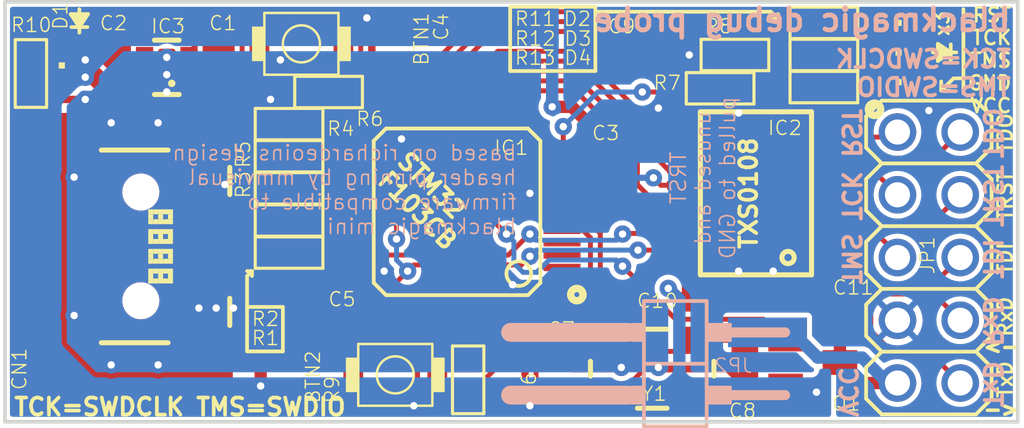
<source format=kicad_pcb>
(kicad_pcb (version 20211014) (generator pcbnew)
  (layers (0 "F.Cu" signal "Top") (31 "B.Cu" signal "Bottom") (34 "B.Paste" user) (35 "F.Paste" user) (36 "B.SilkS" user "B.Silkscreen") (37 "F.SilkS" user "F.Silkscreen") (38 "B.Mask" user) (39 "F.Mask" user) (44 "Edge.Cuts" user))
  (net 0 "")
  (net 1 "GND")
  (net 2 "OSC_IN")
  (net 3 "USB_ENUMERATE")
  (net 4 "USB_DM")
  (net 5 "USB_DP")
  (net 6 "LED2")
  (net 7 "LED1")
  (net 8 "LED0")
  (net 9 "RST")
  (net 10 "TDI")
  (net 11 "TMS")
  (net 12 "TCK")
  (net 13 "TDO")
  (net 14 "PWR_BR")
  (net 15 "T_PWR")
  (net 16 "RXD")
  (net 17 "TXD")
  (net 18 "3.3V")
  (net 19 "D+")
  (net 20 "D-")
  (net 21 "5.0V")
  (net 22 "VBUS")
  (net 23 "FORCE_BOOTLOADER")
  (net 24 "TARGET_POWER_ADC")
  (net 25 "TARGET_TMS")
  (net 26 "TARGET_TCK")
  (net 27 "TARGET_TDO")
  (net 28 "TARGET_TDI")
  (net 29 "TARGET_RST")
  (net 30 "LPC_XTAL2")
  (net 31 "N$2")
  (net 32 "N$6")
  (net 33 "N$8")
  (net 34 "BOOT0")
  (net 35 "TARGET_TRST")
  (net 36 "T_RXD")
  (net 37 "T_TXD")
  (net 38 "TRST")
  (net 39 "N$4")
  (footprint "TQFP48" (layer "F.Cu") (at 146.3011 105.0036 90)
    (fp_text reference "IC1")
    (fp_text value "STM32F_48PIN" hide)
  )
  (footprint "SOT23" (layer "F.Cu") (at 160.7011 111.1036 -90)
    (fp_text reference "Q1")
    (fp_text value "IRLML5103" hide)
  )
  (footprint "0603-MINI" (layer "F.Cu") (at 139.5011 101.4536)
    (fp_text reference "R4")
    (fp_text value "10K" hide)
  )
  (footprint "USB-MINIB" (layer "F.Cu") (at 132.5011 106.4036 -90)
    (fp_text reference "CN1")
    (fp_text value "" hide)
  )
  (footprint "0603-MINI" (layer "F.Cu") (at 139.5011 106.6536 180)
    (fp_text reference "R1")
    (fp_text value "22Ω" hide)
  )
  (footprint "0603-MINI" (layer "F.Cu") (at 139.5011 105.3536 180)
    (fp_text reference "R2")
    (fp_text value "22Ω" hide)
  )
  (footprint "0603-MINI" (layer "F.Cu") (at 139.5011 102.7536 180)
    (fp_text reference "R5")
    (fp_text value "4K7" hide)
  )
  (footprint "0603-MINI" (layer "F.Cu") (at 139.5011 104.0536 180)
    (fp_text reference "R3")
    (fp_text value "1K5" hide)
  )
  (footprint "OMRON_B3U-1000P(M)" (layer "F.Cu") (at 140.0011 98.2036 180)
    (fp_text reference "BTN1")
    (fp_text value "OMRON_SPST.B3U-1000P(M)" hide)
  )
  (footprint "0603-MINI" (layer "F.Cu") (at 141.1011 100.1536)
    (fp_text reference "R6")
    (fp_text value "10K" hide)
  )
  (footprint "TSSOP20" (layer "F.Cu") (at 158.4011 104.2536 90)
    (fp_text reference "IC2")
    (fp_text value "TXS0108" hide)
  )
  (footprint "0603-MINI" (layer "F.Cu") (at 156.9511 100.0036 180)
    (fp_text reference "R7")
    (fp_text value "10K" hide)
  )
  (footprint "0603-MINI" (layer "F.Cu") (at 157.5511 98.6536)
    (fp_text reference "R8")
    (fp_text value "4K7" hide)
  )
  (footprint "C0603K" (layer "F.Cu") (at 153.7511 98.6536)
    (fp_text reference "C9")
    (fp_text value "100nF" hide)
  )
  (footprint "CRYSTAL-SMD-5X3" (layer "F.Cu") (at 154.2011 111.3536 180)
    (fp_text reference "Y1")
    (fp_text value "8MHz" hide)
  )
  (footprint "C0603K" (layer "F.Cu") (at 150.4511 111.6036 -90)
    (fp_text reference "C7")
    (fp_text value "18pF" hide)
  )
  (footprint "C0603K" (layer "F.Cu") (at 157.9511 111.1036 90)
    (fp_text reference "C8")
    (fp_text value "18pF" hide)
  )
  (footprint "CHIPLED_0603" (layer "F.Cu") (at 164.0511 97.3536 -90)
    (fp_text reference "D2")
    (fp_text value "RED" hide)
  )
  (footprint "0603-MINI" (layer "F.Cu") (at 161.1511 97.3536)
    (fp_text reference "R11")
    (fp_text value "390Ω" hide)
  )
  (footprint "CHIPLED_0603" (layer "F.Cu") (at 130.3011 98.9536 180)
    (fp_text reference "D1")
    (fp_text value "GREEN" hide)
  )
  (footprint "0603-MINI" (layer "F.Cu") (at 129.0511 99.4036 -90)
    (fp_text reference "R10")
    (fp_text value "390Ω" hide)
  )
  (footprint "CHIPLED_0603" (layer "F.Cu") (at 164.0511 98.5536 -90)
    (fp_text reference "D3")
    (fp_text value "YELLOW" hide)
  )
  (footprint "0603-MINI" (layer "F.Cu") (at 161.1511 98.6536)
    (fp_text reference "R12")
    (fp_text value "390Ω" hide)
  )
  (footprint "CHIPLED_0603" (layer "F.Cu") (at 164.0511 99.7536 -90)
    (fp_text reference "D4")
    (fp_text value "YELLOW" hide)
  )
  (footprint "0603-MINI" (layer "F.Cu") (at 161.1511 99.9536)
    (fp_text reference "R13")
    (fp_text value "390Ω" hide)
  )
  (footprint "TLV700_SC70-5L" (layer "F.Cu") (at 134.5511 99.1536 90)
    (fp_text reference "IC3")
    (fp_text value "TLV70033DCK" hide)
  )
  (footprint "C0603K" (layer "F.Cu") (at 136.7511 99.2036 90)
    (fp_text reference "C1")
    (fp_text value "1uF" hide)
  )
  (footprint "C0603K" (layer "F.Cu") (at 132.3511 99.2036 90)
    (fp_text reference "C2")
    (fp_text value "1uF" hide)
  )
  (footprint "C0603K" (layer "F.Cu") (at 152.2511 103.6536 -90)
    (fp_text reference "C3")
    (fp_text value "100nF" hide)
  )
  (footprint "C0603K" (layer "F.Cu") (at 143.7511 98.2036 -90)
    (fp_text reference "C4")
    (fp_text value "100nF" hide)
  )
  (footprint "C0603K" (layer "F.Cu") (at 139.5011 108.0536)
    (fp_text reference "C5")
    (fp_text value "100nF" hide)
  )
  (footprint "OMRON_B3U-1000P(M)" (layer "F.Cu") (at 143.8011 111.6036 180)
    (fp_text reference "BTN2")
    (fp_text value "OMRON_SPST.B3U-1000P(M)" hide)
  )
  (footprint "0603-MINI" (layer "F.Cu") (at 146.7511 111.8036 90)
    (fp_text reference "R9")
    (fp_text value "10K" hide)
  )
  (footprint "2X05" (layer "F.Cu") (at 165.4011 106.8536 -90)
    (fp_text reference "JP1")
    (fp_text value "" hide)
  )
  (footprint "C0603K" (layer "F.Cu") (at 148.1511 111.8036 90)
    (fp_text reference "C6")
    (fp_text value "100nF" hide)
  )
  (footprint "C0603K" (layer "F.Cu") (at 156.8011 108.5036)
    (fp_text reference "C10")
    (fp_text value "100nF" hide)
  )
  (footprint "C0603K" (layer "F.Cu") (at 160.0011 108.5036 180)
    (fp_text reference "C11")
    (fp_text value "100nF" hide)
  )
  (footprint "LP_NUMBER_SILK_TOP" (layer "F.Cu") (at 135.0011 108.1036 90)
    (fp_text reference "U$32" hide)
    (fp_text value "" hide)
  )
  (footprint "1X02SMD%2f90-BIGPADS" (layer "B.Cu") (at 154.5011 111.1536 -90)
    (fp_text reference "JP2")
    (fp_text value "" hide)
  )
  (gr_circle (center 161.8511 108.0536) (end 161.9511 108.0536) (layer "F.Cu") (width 0.3) (fill none))
  (gr_line (start 165.7625 98.9) (end 166.2875 98.55) (layer "F.SilkS") (width 0.15))
  (gr_line (start 131.3625 97) (end 130.6625 97) (layer "F.SilkS") (width 0.15))
  (gr_line (start 130.85 97.05) (end 130.925 97.25) (layer "F.SilkS") (width 0.15))
  (gr_circle (center 163.2011 100.8536) (end 163.3011 100.8536) (layer "F.SilkS") (width 0.3) (fill none))
  (gr_line (start 165.9875 98.4625) (end 165.8125 98.4375) (layer "F.SilkS") (width 0.15))
  (gr_line (start 151.9011 99.3036) (end 148.4511 99.3036) (layer "F.SilkS") (width 0.15))
  (gr_line (start 159.0011 96.9036) (end 159.3011 97.2036) (layer "F.SilkS") (width 0.15))
  (gr_line (start 166.2875 98.55) (end 165.7625 98.2) (layer "F.SilkS") (width 0.15))
  (gr_line (start 151.9011 96.9036) (end 159.0011 96.9036) (layer "F.SilkS") (width 0.15))
  (gr_line (start 165.8125 98.4375) (end 165.8125 98.3625) (layer "F.SilkS") (width 0.15))
  (gr_circle (center 151.1511 108.3536) (end 151.2511 108.3536) (layer "F.SilkS") (width 0.3) (fill none))
  (gr_line (start 130.6875 97.525) (end 131.3375 97.525) (layer "F.SilkS") (width 0.15))
  (gr_line (start 165.9 99.725) (end 165.9 100.1) (layer "F.SilkS") (width 0.15))
  (gr_line (start 151.9011 99.3036) (end 151.9011 96.9036) (layer "F.SilkS") (width 0.15))
  (gr_line (start 166.8 99.6) (end 166.4 99.6) (layer "F.SilkS") (width 0.15))
  (gr_line (start 165.8125 98.7125) (end 166.0125 98.6375) (layer "F.SilkS") (width 0.15))
  (gr_line (start 137.8011 108.8536) (end 137.8011 110.6536) (layer "F.SilkS") (width 0.15))
  (gr_line (start 166.8 96.8) (end 166.8 100.2) (layer "F.SilkS") (width 0.15))
  (gr_line (start 130.925 97.25) (end 131.1 97.225) (layer "F.SilkS") (width 0.15))
  (gr_line (start 130.6625 97) (end 131.0125 97.525) (layer "F.SilkS") (width 0.15))
  (gr_line (start 165.925 100.1) (end 166.25 100.1) (layer "F.SilkS") (width 0.15))
  (gr_line (start 138.0011 107.4036) (end 137.8011 107.4036) (layer "F.SilkS") (width 0.15))
  (gr_line (start 139.2511 108.8536) (end 139.2511 110.6536) (layer "F.SilkS") (width 0.15))
  (gr_line (start 159.3011 97.2036) (end 159.1011 97.2036) (layer "F.SilkS") (width 0.15))
  (gr_line (start 137.8011 108.8536) (end 137.8011 107.6036) (layer "F.SilkS") (width 0.15))
  (gr_line (start 131.1 97.225) (end 131.125 97.05) (layer "F.SilkS") (width 0.15))
  (gr_line (start 137.8011 107.6036) (end 138.0011 107.4036) (layer "F.SilkS") (width 0.15))
  (gr_line (start 166.4 99.6) (end 165.9 100.1) (layer "F.SilkS") (width 0.15))
  (gr_line (start 165.5625 98.55) (end 166.5125 98.55) (layer "F.SilkS") (width 0.15))
  (gr_line (start 148.4511 99.3036) (end 148.4511 96.7036) (layer "F.SilkS") (width 0.15))
  (gr_line (start 139.2511 108.8536) (end 137.8011 108.8536) (layer "F.SilkS") (width 0.15))
  (gr_line (start 139.2511 110.6536) (end 137.8011 110.6536) (layer "F.SilkS") (width 0.15))
  (gr_line (start 131.125 97.05) (end 131.2 97.05) (layer "F.SilkS") (width 0.15))
  (gr_line (start 165.7625 98.2) (end 165.7625 98.9) (layer "F.SilkS") (width 0.15))
  (gr_line (start 151.9011 96.7036) (end 148.4511 96.7036) (layer "F.SilkS") (width 0.15))
  (gr_line (start 151.9011 96.9036) (end 151.9011 96.7036) (layer "F.SilkS") (width 0.15))
  (gr_line (start 159.3011 97.2036) (end 159.3011 97.0036) (layer "F.SilkS") (width 0.15))
  (gr_line (start 131.0125 96.8) (end 131.0125 97.75) (layer "F.SilkS") (width 0.15))
  (gr_line (start 131.0125 97.525) (end 131.3625 97) (layer "F.SilkS") (width 0.15))
  (gr_line (start 138.0011 107.4036) (end 138.0011 107.6036) (layer "F.SilkS") (width 0.15))
  (gr_line (start 166.2875 98.875) (end 166.2875 98.225) (layer "F.SilkS") (width 0.15))
  (gr_line (start 128.0011 113.5036) (end 169.0011 113.5036) (layer "Edge.Cuts") (width 0.15))
  (gr_line (start 169.0011 113.5036) (end 169.0011 96.5036) (layer "Edge.Cuts") (width 0.15))
  (gr_line (start 169.0011 96.5036) (end 128.0011 96.5036) (layer "Edge.Cuts") (width 0.15))
  (gr_line (start 128.0011 96.5036) (end 128.0011 113.5036) (layer "Edge.Cuts") (width 0.15))
  (gr_text "TDI" (at 168.3946 106.8996 270) (layer "B.SilkS") (effects (font (size 0.7125 0.7125)) (justify top mirror)))
  (gr_text "TRST" (at 168.3946 104.3596 270) (layer "B.SilkS") (effects (font (size 0.7125 0.7125)) (justify top mirror)))
  (gr_text "RST" (at 162.6721 101.8196 270) (layer "B.SilkS") (effects (font (size 0.7125 0.7125)) (justify top mirror)))
  (gr_text "TxD" (at 168.3946 111.9796 270) (layer "B.SilkS") (effects (font (size 0.7125 0.7125)) (justify top mirror)))
  (gr_text "RxD" (at 168.3946 109.4396 270) (layer "B.SilkS") (effects (font (size 0.7125 0.7125)) (justify top mirror)))
  (gr_text "TMS" (at 162.6721 106.8996 270) (layer "B.SilkS") (effects (font (size 0.7125 0.7125)) (justify top mirror)))
  (gr_text "based on richardeoins design\nheader pinning by mmvisual\nfirmware compatible to\nblackmagic mini" (at 148.7511 102.2536) (layer "B.SilkS") (effects (font (size 0.6175 0.6175) (thickness 0.065)) (justify left top mirror)))
  (gr_text "VCC" (at 162.5221 112.2971 270) (layer "B.SilkS") (effects (font (size 0.69 0.69)) (justify top mirror)))
  (gr_text "TRST\nunused and\npulled to GND" (at 154.9011 103.6286 90) (layer "B.SilkS") (effects (font (size 0.6175 0.6175) (thickness 0.065)) (justify top mirror)))
  (gr_text "TCK" (at 162.6721 104.3596 270) (layer "B.SilkS") (effects (font (size 0.7125 0.7125)) (justify top mirror)))
  (gr_text "blackmagic debug probe" (at 168.8011 96.7036) (layer "B.SilkS") (effects (font (size 0.9025 0.9025) (thickness 0.19)) (justify left top mirror)))
  (gr_text "TCK=SWDCLK\nTMS=SWDIO" (at 168.8011 98.4036) (layer "B.SilkS") (effects (font (size 0.7125 0.7125)) (justify left top mirror)))
  (gr_text "TDO" (at 168.3946 101.8196 270) (layer "B.SilkS") (effects (font (size 0.7125 0.7125)) (justify top mirror)))
  (gr_text "->" (at 167.5406 112.9956) (layer "F.SilkS") (effects (font (size 0.57 0.57) (thickness 0.1425)) (justify left)))
  (gr_text "TxD" (at 168.1581 111.7891 90) (layer "F.SilkS") (effects (font (size 0.57 0.57) (thickness 0.108)) (justify top)))
  (gr_text "x3" (at 165.6011 96.8036 90) (layer "F.SilkS") (effects (font (size 0.57 0.57) (thickness 0.108)) (justify right top)))
  (gr_text "STM32\nF103CB" (at 142.95 103.775 315) (layer "F.SilkS") (effects (font (size 0.69 0.69)) (justify left bottom)))
  (gr_text "RxD" (at 168.1581 109.2491 90) (layer "F.SilkS") (effects (font (size 0.57 0.57) (thickness 0.108)) (justify top)))
  (gr_text "TRST" (at 168.1581 104.3596 90) (layer "F.SilkS") (effects (font (size 0.57 0.57) (thickness 0.108)) (justify top)))
  (gr_text "TXS0108" (at 158.1011 104.2536 90) (layer "F.SilkS") (effects (font (size 0.69 0.69))))
  (gr_text "RST\nTCK\nTMS\nGND\nVCC" (at 168.8011 96.7036) (layer "F.SilkS") (effects (font (size 0.57 0.57) (thickness 0.108)) (justify right top)))
  (gr_text "<-" (at 167.5406 110.4556) (layer "F.SilkS") (effects (font (size 0.57 0.57) (thickness 0.1425)) (justify left)))
  (gr_text "TDI" (at 168.1581 106.8996 90) (layer "F.SilkS") (effects (font (size 0.57 0.57) (thickness 0.108)) (justify top)))
  (gr_text "TDO" (at 168.1581 101.8196 90) (layer "F.SilkS") (effects (font (size 0.57 0.57) (thickness 0.108)) (justify top)))
  (gr_text "TCK=SWDCLK TMS=SWDIO" (at 128.3011 113.3036) (layer "F.SilkS") (effects (font (size 0.69 0.69)) (justify left bottom)))
  (segment (start 130.5011 110.8036) (end 130.5011 109.4989) (width 0.25) (layer "F.Cu") (net 1))
  (segment (start 165.0011 100.5036) (end 165.4011 100.9036) (width 0.4) (layer "F.Cu") (net 1))
  (segment (start 157.9511 111.9786) (end 157.2761 111.3036) (width 0.4) (layer "F.Cu") (net 1))
  (segment (start 130.5011 102.0036) (end 130.5011 103.3011) (width 0.25) (layer "F.Cu") (net 1))
  (segment (start 136.55 108.9) (end 137.25 108.9) (width 0.25) (layer "F.Cu") (net 1))
  (segment (start 130.5011 110.8036) (end 130.8975 111.2) (width 0.25) (layer "F.Cu") (net 1))
  (segment (start 148.1511 111.0536) (end 148.1511 110.9286) (width 0.2) (layer "F.Cu") (net 1))
  (segment (start 150.4511 110.7286) (end 151.0261 111.3036) (width 0.4) (layer "F.Cu") (net 1))
  (segment (start 144.0511 100.7536) (end 144.0511 99.3786) (width 0.3) (layer "F.Cu") (net 1))
  (segment (start 136.5651 108.8849) (end 136.55 108.9) (width 0.25) (layer "F.Cu") (net 1))
  (segment (start 130.8975 111.2) (end 132.3 111.2) (width 0.25) (layer "F.Cu") (net 1))
  (segment (start 146.7511 112.5536) (end 146.7511 112.4536) (width 0.2) (layer "F.Cu") (net 1))
  (segment (start 144.0511 102.0536) (end 144.0511 100.7536) (width 0.3) (layer "F.Cu") (net 1))
  (segment (start 136.9 102.9025) (end 136.9 103.9) (width 0.25) (layer "F.Cu") (net 1))
  (segment (start 142.0511 107.2536) (end 141.1261 107.2536) (width 0.3) (layer "F.Cu") (net 1))
  (segment (start 134.55 99.45) (end 134.55 98.75) (width 0.25) (layer "F.Cu") (net 1))
  (segment (start 159.1261 108.5036) (end 159.1011 108.4786) (width 0.4) (layer "F.Cu") (net 1))
  (segment (start 165.0011 99.7536) (end 165.0011 100.5036) (width 0.4) (layer "F.Cu") (net 1))
  (segment (start 165.0011 98.5536) (end 165.0011 99.7536) (width 0.4) (layer "F.Cu") (net 1))
  (segment (start 130.5011 102.0036) (end 131.1047 101.4) (width 0.25) (layer "F.Cu") (net 1))
  (segment (start 165.0011 97.5536) (end 165.0011 98.5536) (width 0.4) (layer "F.Cu") (net 1))
  (segment (start 136.0011 102.0036) (end 136.9 102.9025) (width 0.25) (layer "F.Cu") (net 1))
  (segment (start 157.6761 108.5036) (end 157.7011 108.4786) (width 0.4) (layer "F.Cu") (net 1))
  (segment (start 143.2011 107.2536) (end 143.3511 107.4036) (width 0.3) (layer "F.Cu") (net 1))
  (segment (start 130.5011 103.3011) (end 130.8 103.6) (width 0.25) (layer "F.Cu") (net 1))
  (segment (start 150.5511 104.2536) (end 151.9761 104.2536) (width 0.3) (layer "F.Cu") (net 1))
  (segment (start 140.3761 108.0536) (end 140.3761 108.0036) (width 0.3) (layer "F.Cu") (net 1))
  (segment (start 164.8011 98.5536) (end 165.0011 98.5536) (width 0.4) (layer "F.Cu") (net 1))
  (segment (start 136.5651 108.0036) (end 136.5651 108.8849) (width 0.25) (layer "F.Cu") (net 1))
  (segment (start 142.0511 107.2536) (end 143.2011 107.2536) (width 0.3) (layer "F.Cu") (net 1))
  (segment (start 148.5511 109.2536) (end 148.5511 110.5286) (width 0.3) (layer "F.Cu") (net 1))
  (segment (start 134.8464 99.1536) (end 134.55 99.45) (width 0.25) (layer "F.Cu") (net 1))
  (segment (start 136.55 108.9) (end 135.85 108.9) (width 0.25) (layer "F.Cu") (net 1))
  (segment (start 157.7011 108.4786) (end 157.7011 107.4036) (width 0.5) (layer "F.Cu") (net 1))
  (segment (start 131.1047 101.4) (end 132.3 101.4) (width 0.25) (layer "F.Cu") (net 1))
  (segment (start 150.5511 104.2536) (end 149.2511 104.2536) (width 0.3) (layer "F.Cu") (net 1))
  (segment (start 148.5511 107.9536) (end 148.5511 109.2536) (width 0.3) (layer "F.Cu") (net 1))
  (segment (start 146.7511 112.4536) (end 148.1511 111.0536) (width 0.2) (layer "F.Cu") (net 1))
  (segment (start 135.3975 101.4) (end 134.2 101.4) (width 0.25) (layer "F.Cu") (net 1))
  (segment (start 157.2761 111.3036) (end 154.4511 111.3036) (width 0.4) (layer "F.Cu") (net 1))
  (segment (start 135.6047 111.2) (end 134.2 111.2) (width 0.25) (layer "F.Cu") (net 1))
  (segment (start 138.7511 101.4536) (end 138.7511 100.4536) (width 0.2) (layer "F.Cu") (net 1))
  (segment (start 138.3011 98.8536) (end 139.1511 98.8536) (width 0.2) (layer "F.Cu") (net 1))
  (segment (start 148.5511 110.5286) (end 148.1511 110.9286) (width 0.3) (layer "F.Cu") (net 1))
  (segment (start 157.7011 100.0036) (end 157.7011 101.0036) (width 0.5) (layer "F.Cu") (net 1))
  (segment (start 134.55 99.45) (end 134.55 100.15) (width 0.25) (layer "F.Cu") (net 1))
  (segment (start 151.9761 104.2536) (end 152.2511 104.5286) (width 0.3) (layer "F.Cu") (net 1))
  (segment (start 129.3511 100.4536) (end 131.2511 100.4536) (width 0.3) (layer "F.Cu") (net 1))
  (segment (start 159.1011 108.4786) (end 159.1011 107.4036) (width 0.5) (layer "F.Cu") (net 1))
  (segment (start 138.3011 98.2036) (end 138.3011 98.8536) (width 0.2) (layer "F.Cu") (net 1))
  (segment (start 130.5011 109.4989) (end 130.8 109.2) (width 0.25) (layer "F.Cu") (net 1))
  (segment (start 154.9261 101.3286) (end 155.6011 101.3286) (width 0.4) (layer "F.Cu") (net 1))
  (segment (start 154.6261 98.6536) (end 155.7011 98.6536) (width 0.5) (layer "F.Cu") (net 1))
  (segment (start 135.4511 99.1536) (end 134.8464 99.1536) (width 0.25) (layer "F.Cu") (net 1))
  (segment (start 140.3761 108.0036) (end 141.1261 107.2536) (width 0.3) (layer "F.Cu") (net 1))
  (segment (start 151.0261 111.3036) (end 152.9511 111.3036) (width 0.4) (layer "F.Cu") (net 1))
  (segment (start 144.0511 99.3786) (end 143.7511 99.0786) (width 0.3) (layer "F.Cu") (net 1))
  (segment (start 154.9261 101.2786) (end 154.9261 101.3286) (width 0.4) (layer "F.Cu") (net 1))
  (segment (start 164.8011 99.7536) (end 165.0011 99.7536) (width 0.4) (layer "F.Cu") (net 1))
  (segment (start 129.0511 100.1536) (end 129.3511 100.4536) (width 0.3) (layer "F.Cu") (net 1))
  (segment (start 136.0011 110.8036) (end 135.6047 111.2) (width 0.25) (layer "F.Cu") (net 1))
  (segment (start 164.8011 97.3536) (end 165.0011 97.5536) (width 0.4) (layer "F.Cu") (net 1))
  (segment (start 136.0011 102.0036) (end 135.3975 101.4) (width 0.25) (layer "F.Cu") (net 1))
  (segment (start 154.9261 101.2786) (end 154.4511 100.8036) (width 0.5) (layer "F.Cu") (net 1))
  (via (at 138.7511 100.4536) (size 0.7) (drill 0.3) (layers "F.Cu" "B.Cu") (net 1))
  (via (at 139.1511 98.8536) (size 0.7) (drill 0.3) (layers "F.Cu" "B.Cu") (net 1))
  (via (at 130.8 109.2) (size 0.7) (drill 0.3) (layers "F.Cu" "B.Cu") (net 1))
  (via (at 157.7011 101.0036) (size 0.7) (drill 0.3) (layers "F.Cu" "B.Cu") (net 1))
  (via (at 134.55 98.75) (size 0.7) (drill 0.3) (layers "F.Cu" "B.Cu") (net 1))
  (via (at 165.4011 100.9036) (size 0.7) (drill 0.3) (layers "F.Cu" "B.Cu") (net 1))
  (via (at 143.3511 107.4036) (size 0.7) (drill 0.3) (layers "F.Cu" "B.Cu") (net 1))
  (via (at 135.85 108.9) (size 0.7) (drill 0.3) (layers "F.Cu" "B.Cu") (net 1))
  (via (at 155.7011 98.6536) (size 0.7) (drill 0.3) (layers "F.Cu" "B.Cu") (net 1))
  (via (at 136.9 103.9) (size 0.7) (drill 0.3) (layers "F.Cu" "B.Cu") (net 1))
  (via (at 144.0511 102.0536) (size 0.7) (drill 0.3) (layers "F.Cu" "B.Cu") (net 1))
  (via (at 134.55 100.15) (size 0.7) (drill 0.3) (layers "F.Cu" "B.Cu") (net 1))
  (via (at 136.55 108.9) (size 0.7) (drill 0.3) (layers "F.Cu" "B.Cu") (net 1))
  (via (at 154.4511 100.8036) (size 0.7) (drill 0.3) (layers "F.Cu" "B.Cu") (net 1))
  (via (at 131.2511 100.4536) (size 0.7) (drill 0.3) (layers "F.Cu" "B.Cu") (net 1))
  (via (at 152.9511 111.3036) (size 0.7) (drill 0.3) (layers "F.Cu" "B.Cu") (net 1))
  (via (at 134.55 99.45) (size 0.7) (drill 0.3) (layers "F.Cu" "B.Cu") (net 1))
  (via (at 157.7011 107.4036) (size 0.7) (drill 0.3) (layers "F.Cu" "B.Cu") (net 1))
  (via (at 132.3 111.2) (size 0.7) (drill 0.3) (layers "F.Cu" "B.Cu") (net 1))
  (via (at 148.5511 107.9536) (size 0.7) (drill 0.3) (layers "F.Cu" "B.Cu") (net 1))
  (via (at 137.25 108.9) (size 0.7) (drill 0.3) (layers "F.Cu" "B.Cu") (net 1))
  (via (at 134.2 101.4) (size 0.7) (drill 0.3) (layers "F.Cu" "B.Cu") (net 1))
  (via (at 130.8 103.6) (size 0.7) (drill 0.3) (layers "F.Cu" "B.Cu") (net 1))
  (via (at 154.4511 111.3036) (size 0.7) (drill 0.3) (layers "F.Cu" "B.Cu") (net 1))
  (via (at 149.2511 104.2536) (size 0.7) (drill 0.3) (layers "F.Cu" "B.Cu") (net 1))
  (via (at 134.2 111.2) (size 0.7) (drill 0.3) (layers "F.Cu" "B.Cu") (net 1))
  (via (at 132.3 101.4) (size 0.7) (drill 0.3) (layers "F.Cu" "B.Cu") (net 1))
  (via (at 159.1011 107.4036) (size 0.7) (drill 0.3) (layers "F.Cu" "B.Cu") (net 1))
  (segment (start 149.2511 104.2536) (end 149.8797 103.625) (width 0.25) (layer "B.Cu") (net 1))
  (segment (start 149.8797 103.625) (end 153.975 103.625) (width 0.25) (layer "B.Cu") (net 1))
  (segment (start 153.7011 109.6036) (end 153.7011 111.5536) (width 0.2) (layer "F.Cu") (net 2))
  (segment (start 152.7511 112.5036) (end 152.3511 112.5036) (width 0.2) (layer "F.Cu") (net 2))
  (segment (start 150.5511 105.7536) (end 151.4011 105.7536) (width 0.2) (layer "F.Cu") (net 2))
  (segment (start 151.7011 106.0536) (end 151.7011 107.6036) (width 0.2) (layer "F.Cu") (net 2))
  (segment (start 150.4511 112.4786) (end 150.4761 112.5036) (width 0.2) (layer "F.Cu") (net 2))
  (segment (start 150.4761 112.5036) (end 152.3511 112.5036) (width 0.2) (layer "F.Cu") (net 2))
  (segment (start 153.7011 111.5536) (end 152.7511 112.5036) (width 0.2) (layer "F.Cu") (net 2))
  (segment (start 151.7011 107.6036) (end 153.7011 109.6036) (width 0.2) (layer "F.Cu") (net 2))
  (segment (start 151.4011 105.7536) (end 151.7011 106.0536) (width 0.2) (layer "F.Cu") (net 2))
  (segment (start 142.0511 104.2536) (end 140.4511 104.2536) (width 0.2) (layer "F.Cu") (net 3))
  (segment (start 140.4511 104.2536) (end 140.2511 104.0536) (width 0.2) (layer "F.Cu") (net 3))
  (segment (start 142.0511 105.7536) (end 140.6511 105.7536) (width 0.2) (layer "F.Cu") (net 4))
  (segment (start 140.6511 105.7536) (end 140.2511 105.3536) (width 0.2) (layer "F.Cu") (net 4))
  (segment (start 140.6511 106.2536) (end 140.2511 106.6536) (width 0.2) (layer "F.Cu") (net 5))
  (segment (start 142.0511 106.2536) (end 140.6511 106.2536) (width 0.2) (layer "F.Cu") (net 5))
  (segment (start 147.4261 96.9036) (end 159.9511 96.9036) (width 0.2) (layer "F.Cu") (net 6))
  (segment (start 159.9511 96.9036) (end 160.4011 97.3536) (width 0.2) (layer "F.Cu") (net 6))
  (segment (start 147.4261 96.9036) (end 144.5511 99.7786) (width 0.2) (layer "F.Cu") (net 6))
  (segment (start 144.5511 100.7536) (end 144.5511 99.7786) (width 0.2) (layer "F.Cu") (net 6))
  (segment (start 160.3511 98.6536) (end 160.4011 98.6536) (width 0.2) (layer "F.Cu") (net 7))
  (segment (start 145.0511 100.7536) (end 145.0511 99.8536) (width 0.2) (layer "F.Cu") (net 7))
  (segment (start 147.6011 97.3036) (end 145.0511 99.8536) (width 0.2) (layer "F.Cu") (net 7))
  (segment (start 159.6511 97.7036) (end 159.6511 97.9536) (width 0.2) (layer "F.Cu") (net 7))
  (segment (start 159.2511 97.3036) (end 159.6511 97.7036) (width 0.2) (layer "F.Cu") (net 7))
  (segment (start 147.6011 97.3036) (end 159.2511 97.3036) (width 0.2) (layer "F.Cu") (net 7))
  (segment (start 159.6511 97.9536) (end 160.3511 98.6536) (width 0.2) (layer "F.Cu") (net 7))
  (segment (start 145.5511 100.7536) (end 145.5511 99.9286) (width 0.2) (layer "F.Cu") (net 8))
  (segment (start 159.0511 97.7036) (end 159.2511 97.9036) (width 0.2) (layer "F.Cu") (net 8))
  (segment (start 147.7761 97.7036) (end 159.0511 97.7036) (width 0.2) (layer "F.Cu") (net 8))
  (segment (start 159.2511 97.9036) (end 159.2511 98.8536) (width 0.2) (layer "F.Cu") (net 8))
  (segment (start 147.7761 97.7036) (end 145.5511 99.9286) (width 0.2) (layer "F.Cu") (net 8))
  (segment (start 160.3511 99.9536) (end 160.4011 99.9536) (width 0.2) (layer "F.Cu") (net 8))
  (segment (start 159.2511 98.8536) (end 160.3511 99.9536) (width 0.2) (layer "F.Cu") (net 8))
  (segment (start 156.7011 101.0036) (end 156.5011 100.8036) (width 0.2) (layer "F.Cu") (net 9))
  (segment (start 156.5011 100.8036) (end 155.4011 100.8036) (width 0.2) (layer "F.Cu") (net 9))
  (segment (start 150.5511 102.2536) (end 150.6011 102.2536) (width 0.2) (layer "F.Cu") (net 9))
  (segment (start 150.6011 102.2536) (end 150.6011 101.5536) (width 0.2) (layer "F.Cu") (net 9))
  (segment (start 156.7011 101.0036) (end 156.7011 101.6536) (width 0.2) (layer "F.Cu") (net 9))
  (segment (start 155.4011 100.8036) (end 154.7511 100.1536) (width 0.2) (layer "F.Cu") (net 9))
  (segment (start 156.3761 101.9786) (end 155.6011 101.9786) (width 0.2) (layer "F.Cu") (net 9))
  (segment (start 156.7011 101.6536) (end 156.3761 101.9786) (width 0.2) (layer "F.Cu") (net 9))
  (segment (start 153.8011 100.1536) (end 154.7511 100.1536) (width 0.2) (layer "F.Cu") (net 9))
  (via (at 150.6011 101.5536) (size 0.7) (drill 0.3) (layers "F.Cu" "B.Cu") (net 9))
  (via (at 153.8011 100.1536) (size 0.7) (drill 0.3) (layers "F.Cu" "B.Cu") (net 9))
  (segment (start 152.0011 100.1536) (end 150.6011 101.5536) (width 0.2) (layer "B.Cu") (net 9))
  (segment (start 152.0011 100.1536) (end 153.8011 100.1536) (width 0.2) (layer "B.Cu") (net 9))
  (segment (start 153.2011 104.0786) (end 154.3511 105.2286) (width 0.2) (layer "F.Cu") (net 10))
  (segment (start 154.3511 105.2286) (end 155.6011 105.2286) (width 0.2) (layer "F.Cu") (net 10))
  (segment (start 149.0511 100.1036) (end 151.1011 100.1036) (width 0.2) (layer "F.Cu") (net 10))
  (segment (start 149.0511 100.7536) (end 149.0511 100.1036) (width 0.2) (layer "F.Cu") (net 10))
  (segment (start 151.1011 100.1036) (end 153.2011 102.2036) (width 0.2) (layer "F.Cu") (net 10))
  (segment (start 153.2011 102.2036) (end 153.2011 104.0786) (width 0.2) (layer "F.Cu") (net 10))
  (segment (start 148.5511 100.7536) (end 148.5511 99.9036) (width 0.2) (layer "F.Cu") (net 11))
  (segment (start 151.2761 99.7036) (end 153.6011 102.0286) (width 0.2) (layer "F.Cu") (net 11))
  (segment (start 148.5511 99.9036) (end 148.7511 99.7036) (width 0.2) (layer "F.Cu") (net 11))
  (segment (start 153.6011 102.0286) (end 153.6011 103.9036) (width 0.2) (layer "F.Cu") (net 11))
  (segment (start 154.2761 104.5786) (end 155.6011 104.5786) (width 0.2) (layer "F.Cu") (net 11))
  (segment (start 153.6011 103.9036) (end 154.2761 104.5786) (width 0.2) (layer "F.Cu") (net 11))
  (segment (start 148.7511 99.7036) (end 151.2761 99.7036) (width 0.2) (layer "F.Cu") (net 11))
  (segment (start 154.8261 103.2786) (end 155.6011 103.2786) (width 0.2) (layer "F.Cu") (net 12))
  (segment (start 154.0011 102.4536) (end 154.8261 103.2786) (width 0.2) (layer "F.Cu") (net 12))
  (segment (start 154.0011 101.8536) (end 154.0011 102.4536) (width 0.2) (layer "F.Cu") (net 12))
  (segment (start 148.5761 99.3036) (end 151.4511 99.3036) (width 0.2) (layer "F.Cu") (net 12))
  (segment (start 148.0511 99.8286) (end 148.5761 99.3036) (width 0.2) (layer "F.Cu") (net 12))
  (segment (start 151.4511 99.3036) (end 154.0011 101.8536) (width 0.2) (layer "F.Cu") (net 12))
  (segment (start 148.0511 100.7536) (end 148.0511 99.8286) (width 0.2) (layer "F.Cu") (net 12))
  (segment (start 151.6261 98.9036) (end 154.4011 101.6786) (width 0.2) (layer "F.Cu") (net 13))
  (segment (start 147.5511 99.7536) (end 148.4011 98.9036) (width 0.2) (layer "F.Cu") (net 13))
  (segment (start 154.8261 102.6286) (end 155.6011 102.6286) (width 0.2) (layer "F.Cu") (net 13))
  (segment (start 154.4011 101.6786) (end 154.4011 102.2036) (width 0.2) (layer "F.Cu") (net 13))
  (segment (start 154.4011 102.2036) (end 154.8261 102.6286) (width 0.2) (layer "F.Cu") (net 13))
  (segment (start 147.5511 100.7536) (end 147.5511 99.7536) (width 0.2) (layer "F.Cu") (net 13))
  (segment (start 148.4011 98.9036) (end 151.6261 98.9036) (width 0.2) (layer "F.Cu") (net 13))
  (segment (start 159.5011 110.1536) (end 159.6011 110.1536) (width 0.2) (layer "F.Cu") (net 14))
  (segment (start 146.0511 103.6536) (end 148.3011 105.9036) (width 0.2) (layer "F.Cu") (net 14))
  (segment (start 155.1511 109.3536) (end 153.0011 107.2036) (width 0.2) (layer "F.Cu") (net 14))
  (segment (start 158.7011 109.3536) (end 159.5011 110.1536) (width 0.2) (layer "F.Cu") (net 14))
  (segment (start 146.0511 100.7536) (end 146.0511 103.6536) (width 0.2) (layer "F.Cu") (net 14))
  (segment (start 155.1511 109.3536) (end 158.7011 109.3536) (width 0.2) (layer "F.Cu") (net 14))
  (via (at 153.0011 107.2036) (size 0.7) (drill 0.3) (layers "F.Cu" "B.Cu") (net 14))
  (via (at 148.3011 105.9036) (size 0.7) (drill 0.3) (layers "F.Cu" "B.Cu") (net 14))
  (segment (start 152.7511 106.9536) (end 153.0011 107.2036) (width 0.2) (layer "B.Cu") (net 14))
  (segment (start 148.6011 106.2036) (end 148.6011 107.0786) (width 0.2) (layer "B.Cu") (net 14))
  (segment (start 148.6011 107.0786) (end 148.9761 107.4536) (width 0.2) (layer "B.Cu") (net 14))
  (segment (start 149.5261 107.4536) (end 150.0261 106.9536) (width 0.2) (layer "B.Cu") (net 14))
  (segment (start 150.0261 106.9536) (end 152.7511 106.9536) (width 0.2) (layer "B.Cu") (net 14))
  (segment (start 148.9761 107.4536) (end 149.5261 107.4536) (width 0.2) (layer "B.Cu") (net 14))
  (segment (start 148.3011 105.9036) (end 148.6011 106.2036) (width 0.2) (layer "B.Cu") (net 14))
  (segment (start 161.2011 106.5286) (end 160.2761 106.5286) (width 0.35) (layer "F.Cu") (net 15))
  (segment (start 162.6311 111.9336) (end 164.1311 111.9336) (width 0.5) (layer "F.Cu") (net 15))
  (segment (start 160.0011 101.7036) (end 158.6011 100.3036) (width 0.3) (layer "F.Cu") (net 15))
  (segment (start 160.2761 106.5286) (end 160.0011 106.8036) (width 0.35) (layer "F.Cu") (net 15))
  (segment (start 160.0011 106.2536) (end 160.0011 101.7036) (width 0.3) (layer "F.Cu") (net 15))
  (segment (start 160.0011 107.6286) (end 160.8761 108.5036) (width 0.35) (layer "F.Cu") (net 15))
  (segment (start 161.8011 109.4286) (end 161.8011 111.1036) (width 0.5) (layer "F.Cu") (net 15))
  (segment (start 160.2761 106.5286) (end 160.0011 106.2536) (width 0.3) (layer "F.Cu") (net 15))
  (segment (start 158.6011 100.3036) (end 158.6011 98.9536) (width 0.3) (layer "F.Cu") (net 15))
  (segment (start 160.3761 101.3286) (end 161.2011 101.3286) (width 0.3) (layer "F.Cu") (net 15))
  (segment (start 160.8761 108.5036) (end 161.8011 109.4286) (width 0.5) (layer "F.Cu") (net 15))
  (segment (start 160.0011 106.8036) (end 160.0011 107.6286) (width 0.35) (layer "F.Cu") (net 15))
  (segment (start 160.0011 101.7036) (end 160.3761 101.3286) (width 0.3) (layer "F.Cu") (net 15))
  (segment (start 161.8011 111.1036) (end 162.6311 111.9336) (width 0.5) (layer "F.Cu") (net 15))
  (segment (start 158.6011 98.9536) (end 158.3011 98.6536) (width 0.3) (layer "F.Cu") (net 15))
  (segment (start 159.8811 109.8836) (end 160.9011 110.9036) (width 0.5) (layer "B.Cu") (net 15))
  (segment (start 162.7011 110.9036) (end 163.7311 111.9336) (width 0.5) (layer "B.Cu") (net 15))
  (segment (start 163.7311 111.9336) (end 164.1311 111.9336) (width 0.5) (layer "B.Cu") (net 15))
  (segment (start 158.8701 109.8836) (end 159.8811 109.8836) (width 0.5) (layer "B.Cu") (net 15))
  (segment (start 160.9011 110.9036) (end 162.7011 110.9036) (width 0.5) (layer "B.Cu") (net 15))
  (segment (start 142.0511 105.2536) (end 142.9511 105.2536) (width 0.2) (layer "F.Cu") (net 16))
  (segment (start 143.2011 106.7536) (end 148.3761 106.7536) (width 0.2) (layer "F.Cu") (net 16))
  (segment (start 153.0261 105.8786) (end 153.0011 105.9036) (width 0.2) (layer "F.Cu") (net 16))
  (segment (start 148.3761 106.7536) (end 149.2261 105.9036) (width 0.2) (layer "F.Cu") (net 16))
  (segment (start 143.2011 105.5036) (end 143.2011 106.7536) (width 0.2) (layer "F.Cu") (net 16))
  (segment (start 142.9511 105.2536) (end 143.2011 105.5036) (width 0.2) (layer "F.Cu") (net 16))
  (segment (start 142.0511 106.7536) (end 143.2011 106.7536) (width 0.2) (layer "F.Cu") (net 16))
  (segment (start 149.2261 105.9036) (end 149.2511 105.9036) (width 0.2) (layer "F.Cu") (net 16))
  (segment (start 153.0261 105.8786) (end 155.6011 105.8786) (width 0.2) (layer "F.Cu") (net 16))
  (via (at 153.0011 105.9036) (size 0.7) (drill 0.3) (layers "F.Cu" "B.Cu") (net 16))
  (via (at 149.2511 105.9036) (size 0.7) (drill 0.3) (layers "F.Cu" "B.Cu") (net 16))
  (segment (start 149.2511 105.9036) (end 149.5011 106.1536) (width 0.2) (layer "B.Cu") (net 16))
  (segment (start 149.5011 106.1536) (end 152.7511 106.1536) (width 0.2) (layer "B.Cu") (net 16))
  (segment (start 152.7511 106.1536) (end 153.0011 105.9036) (width 0.2) (layer "B.Cu") (net 16))
  (segment (start 154.2261 106.5536) (end 154.8511 107.1786) (width 0.2) (layer "F.Cu") (net 17))
  (segment (start 148.9011 107.1536) (end 149.2511 106.8036) (width 0.2) (layer "F.Cu") (net 17))
  (segment (start 143.8511 105.5536) (end 143.8511 106.1036) (width 0.2) (layer "F.Cu") (net 17))
  (segment (start 143.5511 108.1536) (end 144.3011 107.4036) (width 0.2) (layer "F.Cu") (net 17))
  (segment (start 144.3011 107.4036) (end 144.5511 107.1536) (width 0.2) (layer "F.Cu") (net 17))
  (segment (start 154.8511 107.1786) (end 155.6011 107.1786) (width 0.2) (layer "F.Cu") (net 17))
  (segment (start 143.5511 109.2536) (end 143.5511 108.1536) (width 0.2) (layer "F.Cu") (net 17))
  (segment (start 153.6261 106.5536) (end 154.2261 106.5536) (width 0.2) (layer "F.Cu") (net 17))
  (segment (start 142.0511 104.7536) (end 143.0511 104.7536) (width 0.2) (layer "F.Cu") (net 17))
  (segment (start 144.5511 107.1536) (end 148.9011 107.1536) (width 0.2) (layer "F.Cu") (net 17))
  (segment (start 143.0511 104.7536) (end 143.8511 105.5536) (width 0.2) (layer "F.Cu") (net 17))
  (via (at 143.8511 106.1036) (size 0.7) (drill 0.3) (layers "F.Cu" "B.Cu") (net 17))
  (via (at 149.2511 106.8036) (size 0.7) (drill 0.3) (layers "F.Cu" "B.Cu") (net 17))
  (via (at 144.3011 107.4036) (size 0.7) (drill 0.3) (layers "F.Cu" "B.Cu") (net 17))
  (via (at 153.6261 106.5536) (size 0.7) (drill 0.3) (layers "F.Cu" "B.Cu") (net 17))
  (segment (start 149.2511 106.8036) (end 149.5011 106.5536) (width 0.2) (layer "B.Cu") (net 17))
  (segment (start 143.8511 106.9536) (end 144.3011 107.4036) (width 0.2) (layer "B.Cu") (net 17))
  (segment (start 149.5011 106.5536) (end 153.6261 106.5536) (width 0.2) (layer "B.Cu") (net 17))
  (segment (start 143.8511 106.1036) (end 143.8511 106.9536) (width 0.2) (layer "B.Cu") (net 17))
  (segment (start 152.2511 102.0536) (end 152.2511 102.7786) (width 0.5) (layer "F.Cu") (net 18))
  (segment (start 142.6511 97.1536) (end 142.7511 97.0536) (width 0.5) (layer "F.Cu") (net 18))
  (segment (start 156.8011 107.6286) (end 155.9261 108.5036) (width 0.35) (layer "F.Cu") (net 18))
  (segment (start 142.8511 99.7536) (end 142.8511 98.2286) (width 0.3) (layer "F.Cu") (net 18))
  (segment (start 149.5011 110.0036) (end 150.5511 108.9536) (width 0.2) (layer "F.Cu") (net 18))
  (segment (start 142.8511 112.8536) (end 144.5511 112.8536) (width 0.2) (layer "F.Cu") (net 18))
  (segment (start 138.3511 112.0489) (end 138.3511 108.3286) (width 0.5) (layer "F.Cu") (net 18))
  (segment (start 138.6261 108.0536) (end 139.5261 108.9536) (width 0.3) (layer "F.Cu") (net 18))
  (segment (start 149.1511 112.9536) (end 148.4261 112.9536) (width 0.5) (layer "F.Cu") (net 18))
  (segment (start 156.5261 106.5286) (end 156.8011 106.8036) (width 0.35) (layer "F.Cu") (net 18))
  (segment (start 130.4011 98.2036) (end 130.3011 98.2036) (width 0.2) (layer "F.Cu") (net 18))
  (segment (start 138.35 112.05) (end 138.3511 112.0489) (width 0.5) (layer "F.Cu") (net 18))
  (segment (start 145.0511 110.3536) (end 144.7011 110.7036) (width 0.2) (layer "F.Cu") (net 18))
  (segment (start 159.6011 112.0536) (end 159.8511 112.3036) (width 0.5) (layer "F.Cu") (net 18))
  (segment (start 142.1011 111.6036) (end 142.1011 112.1036) (width 0.2) (layer "F.Cu") (net 18))
  (segment (start 141.0511 108.9536) (end 141.4511 108.5536) (width 0.3) (layer "F.Cu") (net 18))
  (segment (start 155.6011 106.5286) (end 156.5261 106.5286) (width 0.35) (layer "F.Cu") (net 18))
  (segment (start 149.0511 111.7786) (end 148.1511 112.6786) (width 0.3) (layer "F.Cu") (net 18))
  (segment (start 145.5511 110.1536) (end 145.3511 110.3536) (width 0.2) (layer "F.Cu") (net 18))
  (segment (start 155.9261 108.5036) (end 155.2511 108.5036) (width 0.5) (layer "F.Cu") (net 18))
  (segment (start 131.2511 98.9536) (end 131.2511 98.8536) (width 0.5) (layer "F.Cu") (net 18))
  (segment (start 143.5511 100.3036) (end 143.5511 100.7536) (width 0.3) (layer "F.Cu") (net 18))
  (segment (start 138.3511 108.3286) (end 138.6261 108.0536) (width 0.5) (layer "F.Cu") (net 18))
  (segment (start 156.8011 106.8036) (end 156.8011 107.6286) (width 0.35) (layer "F.Cu") (net 18))
  (segment (start 131.5011 99.5536) (end 132.0261 100.0786) (width 0.5) (layer "F.Cu") (net 18))
  (segment (start 149.2511 112.8536) (end 149.1511 112.9536) (width 0.5) (layer "F.Cu") (net 18))
  (segment (start 143.2511 100.1536) (end 142.8511 99.7536) (width 0.3) (layer "F.Cu") (net 18))
  (segment (start 150.5511 103.7536) (end 151.4511 103.7536) (width 0.3) (layer "F.Cu") (net 18))
  (segment (start 149.5011 110.0036) (end 149.5011 112.6036) (width 0.2) (layer "F.Cu") (net 18))
  (segment (start 143.4011 100.1536) (end 143.5511 100.3036) (width 0.3) (layer "F.Cu") (net 18))
  (segment (start 131.2511 99.5536) (end 131.2511 98.9536) (width 0.5) (layer "F.Cu") (net 18))
  (segment (start 139.5261 108.9536) (end 141.0511 108.9536) (width 0.3) (layer "F.Cu") (net 18))
  (segment (start 159.8511 112.3036) (end 160.8511 112.3036) (width 0.5) (layer "F.Cu") (net 18))
  (segment (start 149.0511 109.2536) (end 149.0511 111.7786) (width 0.3) (layer "F.Cu") (net 18))
  (segment (start 142.4011 99.6036) (end 142.4011 97.4036) (width 0.2) (layer "F.Cu") (net 18))
  (segment (start 141.8511 100.1536) (end 142.4011 99.6036) (width 0.2) (layer "F.Cu") (net 18))
  (segment (start 150.9511 100.7536) (end 152.2511 102.0536) (width 0.5) (layer "F.Cu") (net 18))
  (segment (start 145.3511 110.3536) (end 145.0511 110.3536) (width 0.2) (layer "F.Cu") (net 18))
  (segment (start 145.5511 109.2536) (end 145.5511 110.1536) (width 0.2) (layer "F.Cu") (net 18))
  (segment (start 144.7011 110.7036) (end 144.7011 112.7036) (width 0.2) (layer "F.Cu") (net 18))
  (segment (start 151.4511 103.7536) (end 152.2511 102.9536) (width 0.3) (layer "F.Cu") (net 18))
  (segment (start 142.1011 112.1036) (end 142.8511 112.8536) (width 0.2) (layer "F.Cu") (net 18))
  (segment (start 143.4761 97.0536) (end 143.7511 97.3286) (width 0.5) (layer "F.Cu") (net 18))
  (segment (start 141.6011 107.7536) (end 142.0511 107.7536) (width 0.3) (layer "F.Cu") (net 18))
  (segment (start 142.8511 98.2286) (end 143.7511 97.3286) (width 0.3) (layer "F.Cu") (net 18))
  (segment (start 152.2511 102.9536) (end 152.2511 102.7786) (width 0.3) (layer "F.Cu") (net 18))
  (segment (start 142.7511 97.0536) (end 143.4761 97.0536) (width 0.5) (layer "F.Cu") (net 18))
  (segment (start 150.5511 108.9536) (end 150.5511 107.7536) (width 0.2) (layer "F.Cu") (net 18))
  (segment (start 142.4011 97.4036) (end 142.6511 97.1536) (width 0.2) (layer "F.Cu") (net 18))
  (segment (start 141.4511 107.9036) (end 141.6011 107.7536) (width 0.3) (layer "F.Cu") (net 18))
  (segment (start 143.4011 100.1536) (end 143.2511 100.1536) (width 0.3) (layer "F.Cu") (net 18))
  (segment (start 145.0511 110.3536) (end 145.0511 109.2536) (width 0.2) (layer "F.Cu") (net 18))
  (segment (start 131.2511 99.5536) (end 131.5011 99.5536) (width 0.5) (layer "F.Cu") (net 18))
  (segment (start 132.0261 100.0786) (end 132.3511 100.0786) (width 0.5) (layer "F.Cu") (net 18))
  (segment (start 155.2511 108.5036) (end 154.8511 108.1036) (width 0.5) (layer "F.Cu") (net 18))
  (segment (start 132.3511 100.0536) (end 131.2511 98.9536) (width 0.5) (layer "F.Cu") (net 18))
  (segment (start 132.3511 100.0786) (end 132.3511 100.0536) (width 0.5) (layer "F.Cu") (net 18))
  (segment (start 141.4511 108.5536) (end 141.4511 107.9036) (width 0.3) (layer "F.Cu") (net 18))
  (segment (start 148.4261 112.9536) (end 148.1511 112.6786) (width 0.5) (layer "F.Cu") (net 18))
  (segment (start 150.1511 100.7536) (end 150.9511 100.7536) (width 0.5) (layer "F.Cu") (net 18))
  (segment (start 131.0511 98.8536) (end 131.2511 98.8536) (width 0.2) (layer "F.Cu") (net 18))
  (segment (start 131.0511 98.8536) (end 130.4011 98.2036) (width 0.2) (layer "F.Cu") (net 18))
  (segment (start 149.5011 112.6036) (end 149.2511 112.8536) (width 0.2) (layer "F.Cu") (net 18))
  (segment (start 144.7011 112.7036) (end 144.5511 112.8536) (width 0.2) (layer "F.Cu") (net 18))
  (via (at 142.6511 97.1536) (size 0.7) (drill 0.3) (layers "F.Cu" "B.Cu") (net 18))
  (via (at 131.2511 99.5536) (size 0.7) (drill 0.3) (layers "F.Cu" "B.Cu") (net 18))
  (via (at 144.5511 112.8536) (size 0.7) (drill 0.3) (layers "F.Cu" "B.Cu") (net 18))
  (via (at 131.2511 98.8536) (size 0.7) (drill 0.3) (layers "F.Cu" "B.Cu") (net 18))
  (via (at 154.8511 108.1036) (size 0.7) (drill 0.3) (layers "F.Cu" "B.Cu") (net 18))
  (via (at 160.8511 112.3036) (size 0.7) (drill 0.3) (layers "F.Cu" "B.Cu") (net 18))
  (via (at 150.1511 100.7536) (size 0.7) (drill 0.3) (layers "F.Cu" "B.Cu") (net 18))
  (via (at 149.2511 112.8536) (size 0.7) (drill 0.3) (layers "F.Cu" "B.Cu") (net 18))
  (via (at 138.3511 112.0536) (size 0.7) (drill 0.3) (layers "F.Cu" "B.Cu") (net 18))
  (segment (start 155.3011 108.5536) (end 155.3011 111.6036) (width 0.5) (layer "B.Cu") (net 18))
  (segment (start 154.7511 112.1536) (end 155.3011 111.6036) (width 0.5) (layer "B.Cu") (net 18))
  (segment (start 154.8511 108.1036) (end 155.3011 108.5536) (width 0.5) (layer "B.Cu") (net 18))
  (segment (start 150.1511 98.4036) (end 150.1511 97.2261) (width 0.5) (layer "B.Cu") (net 18))
  (segment (start 155.3011 111.6036) (end 155.8511 112.1536) (width 0.5) (layer "B.Cu") (net 18))
  (segment (start 149.6011 97.8536) (end 150.1511 98.4036) (width 0.5) (layer "B.Cu") (net 18))
  (segment (start 150.1511 100.7536) (end 150.1511 98.4036) (width 0.5) (layer "B.Cu") (net 18))
  (segment (start 155.3011 111.6036) (end 155.3011 112.7489) (width 0.5) (layer "B.Cu") (net 18))
  (segment (start 138.7511 106.6536) (end 138.8011 106.6536) (width 0.2) (layer "F.Cu") (net 19))
  (segment (start 138.5011 106.4036) (end 138.7511 106.6536) (width 0.2) (layer "F.Cu") (net 19))
  (segment (start 138.8011 104.0536) (end 139.5011 104.7536) (width 0.2) (layer "F.Cu") (net 19))
  (segment (start 136.5651 106.4036) (end 138.5011 106.4036) (width 0.2) (layer "F.Cu") (net 19))
  (segment (start 138.7511 104.0536) (end 138.8011 104.0536) (width 0.2) (layer "F.Cu") (net 19))
  (segment (start 139.5011 104.7536) (end 139.5011 105.9536) (width 0.2) (layer "F.Cu") (net 19))
  (segment (start 138.8011 106.6536) (end 139.5011 105.9536) (width 0.2) (layer "F.Cu") (net 19))
  (segment (start 136.5651 105.6036) (end 138.5011 105.6036) (width 0.2) (layer "F.Cu") (net 20))
  (segment (start 138.5011 105.6036) (end 138.7511 105.3536) (width 0.2) (layer "F.Cu") (net 20))
  (segment (start 136.7511 100.0786) (end 136.8011 100.1286) (width 0.5) (layer "F.Cu") (net 21))
  (segment (start 135.7011 98.3036) (end 135.5011 98.5036) (width 0.2) (layer "F.Cu") (net 21))
  (segment (start 137.4511 104.8036) (end 136.5651 104.8036) (width 0.5) (layer "F.Cu") (net 21))
  (segment (start 137.7511 102.7536) (end 137.7511 100.8786) (width 0.5) (layer "F.Cu") (net 21))
  (segment (start 135.7011 97.8536) (end 135.7011 98.3036) (width 0.2) (layer "F.Cu") (net 21))
  (segment (start 136.7511 100.0786) (end 136.9511 100.0786) (width 0.5) (layer "F.Cu") (net 21))
  (segment (start 137.4011 97.4536) (end 136.1011 97.4536) (width 0.2) (layer "F.Cu") (net 21))
  (segment (start 137.6011 97.6536) (end 137.4011 97.4536) (width 0.2) (layer "F.Cu") (net 21))
  (segment (start 136.9511 100.0786) (end 137.7511 100.8786) (width 0.5) (layer "F.Cu") (net 21))
  (segment (start 136.1011 97.4536) (end 135.7011 97.8536) (width 0.2) (layer "F.Cu") (net 21))
  (segment (start 136.7511 100.0786) (end 137.6011 99.2286) (width 0.2) (layer "F.Cu") (net 21))
  (segment (start 135.5011 98.5036) (end 135.4511 98.5036) (width 0.2) (layer "F.Cu") (net 21))
  (segment (start 137.6011 99.2286) (end 137.6011 97.6536) (width 0.2) (layer "F.Cu") (net 21))
  (segment (start 138.7511 102.7536) (end 137.7511 102.7536) (width 0.2) (layer "F.Cu") (net 21))
  (segment (start 137.7511 102.7536) (end 137.7511 104.5036) (width 0.5) (layer "F.Cu") (net 21))
  (segment (start 137.7511 104.5036) (end 137.4511 104.8036) (width 0.5) (layer "F.Cu") (net 21))
  (segment (start 140.2511 101.4536) (end 140.2511 102.7536) (width 0.2) (layer "F.Cu") (net 22))
  (segment (start 142.0511 102.7536) (end 140.2511 102.7536) (width 0.2) (layer "F.Cu") (net 22))
  (segment (start 141.1011 101.9036) (end 141.1011 100.9036) (width 0.2) (layer "F.Cu") (net 23))
  (segment (start 140.3511 100.1536) (end 141.7011 98.8036) (width 0.2) (layer "F.Cu") (net 23))
  (segment (start 140.3511 100.1536) (end 141.1011 100.9036) (width 0.2) (layer "F.Cu") (net 23))
  (segment (start 141.7011 98.8036) (end 141.7011 98.2036) (width 0.2) (layer "F.Cu") (net 23))
  (segment (start 141.4511 102.2536) (end 142.0511 102.2536) (width 0.2) (layer "F.Cu") (net 23))
  (segment (start 141.1011 101.9036) (end 141.4511 102.2536) (width 0.2) (layer "F.Cu") (net 23))
  (segment (start 153.7261 99.5036) (end 155.1011 99.5036) (width 0.2) (layer "F.Cu") (net 24))
  (segment (start 146.5511 100.7536) (end 146.5511 99.9036) (width 0.2) (layer "F.Cu") (net 24))
  (segment (start 155.6011 100.0036) (end 155.1011 99.5036) (width 0.2) (layer "F.Cu") (net 24))
  (segment (start 153.7261 99.5036) (end 152.8761 98.6536) (width 0.2) (layer "F.Cu") (net 24))
  (segment (start 152.7261 98.5036) (end 152.8761 98.6536) (width 0.2) (layer "F.Cu") (net 24))
  (segment (start 156.8011 98.6536) (end 156.5011 98.9536) (width 0.2) (layer "F.Cu") (net 24))
  (segment (start 147.9511 98.5036) (end 152.7261 98.5036) (width 0.2) (layer "F.Cu") (net 24))
  (segment (start 146.5511 99.9036) (end 147.9511 98.5036) (width 0.2) (layer "F.Cu") (net 24))
  (segment (start 156.5011 98.9536) (end 156.5011 99.7036) (width 0.2) (layer "F.Cu") (net 24))
  (segment (start 156.2011 100.0036) (end 155.6011 100.0036) (width 0.2) (layer "F.Cu") (net 24))
  (segment (start 156.5011 99.7036) (end 156.2011 100.0036) (width 0.2) (layer "F.Cu") (net 24))
  (segment (start 161.2011 104.5786) (end 161.9761 104.5786) (width 0.2) (layer "F.Cu") (net 25))
  (segment (start 161.9761 104.5786) (end 164.1311 106.7336) (width 0.2) (layer "F.Cu") (net 25))
  (segment (start 164.1311 106.7336) (end 164.1311 106.8536) (width 0.2) (layer "F.Cu") (net 25))
  (segment (start 163.0961 103.2786) (end 164.1311 104.3136) (width 0.2) (layer "F.Cu") (net 26))
  (segment (start 161.2011 103.2786) (end 163.0961 103.2786) (width 0.2) (layer "F.Cu") (net 26))
  (segment (start 163.65485 102.837225) (end 163.446225 102.6286) (width 0.2) (layer "F.Cu") (net 27))
  (segment (start 165.607475 102.837225) (end 163.65485 102.837225) (width 0.2) (layer "F.Cu") (net 27))
  (segment (start 166.6711 101.7736) (end 165.607475 102.837225) (width 0.2) (layer "F.Cu") (net 27))
  (segment (start 161.2011 102.6286) (end 163.446225 102.6286) (width 0.2) (layer "F.Cu") (net 27))
  (segment (start 161.2011 105.2286) (end 161.9761 105.2286) (width 0.2) (layer "F.Cu") (net 28))
  (segment (start 166.6711 106.8536) (end 165.607475 107.917225) (width 0.2) (layer "F.Cu") (net 28))
  (segment (start 163.65485 107.917225) (end 163.0516 107.313975) (width 0.2) (layer "F.Cu") (net 28))
  (segment (start 165.607475 107.917225) (end 163.65485 107.917225) (width 0.2) (layer "F.Cu") (net 28))
  (segment (start 163.0516 106.3041) (end 163.0516 107.313975) (width 0.2) (layer "F.Cu") (net 28))
  (segment (start 161.9761 105.2286) (end 163.0516 106.3041) (width 0.2) (layer "F.Cu") (net 28))
  (segment (start 163.9261 101.9786) (end 164.1311 101.7736) (width 0.2) (layer "F.Cu") (net 29))
  (segment (start 161.2011 101.9786) (end 163.9261 101.9786) (width 0.2) (layer "F.Cu") (net 29))
  (segment (start 150.5511 105.2536) (end 151.4761 105.2536) (width 0.2) (layer "F.Cu") (net 30))
  (segment (start 157.9511 110.2286) (end 157.9261 110.2036) (width 0.2) (layer "F.Cu") (net 30))
  (segment (start 157.9261 110.2036) (end 156.0511 110.2036) (width 0.2) (layer "F.Cu") (net 30))
  (segment (start 154.1011 109.4286) (end 154.1011 110.4536) (width 0.2) (layer "F.Cu") (net 30))
  (segment (start 152.1011 105.8786) (end 152.1011 107.4286) (width 0.2) (layer "F.Cu") (net 30))
  (segment (start 151.4761 105.2536) (end 152.1011 105.8786) (width 0.2) (layer "F.Cu") (net 30))
  (segment (start 152.1011 107.4286) (end 154.1011 109.4286) (width 0.2) (layer "F.Cu") (net 30))
  (segment (start 155.6011 110.6536) (end 156.0511 110.2036) (width 0.2) (layer "F.Cu") (net 30))
  (segment (start 154.3011 110.6536) (end 155.6011 110.6536) (width 0.2) (layer "F.Cu") (net 30))
  (segment (start 154.1011 110.4536) (end 154.3011 110.6536) (width 0.2) (layer "F.Cu") (net 30))
  (segment (start 161.9011 97.3536) (end 163.3011 97.3536) (width 0.2) (layer "F.Cu") (net 31))
  (segment (start 162.0011 98.5536) (end 163.3011 98.5536) (width 0.2) (layer "F.Cu") (net 32))
  (segment (start 161.9011 98.6536) (end 162.0011 98.5536) (width 0.2) (layer "F.Cu") (net 32))
  (segment (start 162.1011 99.7536) (end 163.3011 99.7536) (width 0.2) (layer "F.Cu") (net 33))
  (segment (start 161.9011 99.9536) (end 162.1011 99.7536) (width 0.2) (layer "F.Cu") (net 33))
  (segment (start 145.5011 111.4036) (end 145.5011 111.6036) (width 0.2) (layer "F.Cu") (net 34))
  (segment (start 147.0511 110.7536) (end 146.7511 111.0536) (width 0.2) (layer "F.Cu") (net 34))
  (segment (start 147.0511 109.2536) (end 147.0511 110.7536) (width 0.2) (layer "F.Cu") (net 34))
  (segment (start 146.4011 111.4036) (end 145.5011 111.4036) (width 0.2) (layer "F.Cu") (net 34))
  (segment (start 146.7511 111.0536) (end 146.4011 111.4036) (width 0.2) (layer "F.Cu") (net 34))
  (segment (start 165.607475 105.377225) (end 163.65485 105.377225) (width 0.2) (layer "F.Cu") (net 35))
  (segment (start 161.2011 103.9286) (end 162.206225 103.9286) (width 0.2) (layer "F.Cu") (net 35))
  (segment (start 166.6711 104.3136) (end 165.607475 105.377225) (width 0.2) (layer "F.Cu") (net 35))
  (segment (start 162.206225 103.9286) (end 163.65485 105.377225) (width 0.2) (layer "F.Cu") (net 35))
  (segment (start 161.2011 105.8786) (end 161.9761 105.8786) (width 0.2) (layer "F.Cu") (net 36))
  (segment (start 165.607475 108.329975) (end 163.4961 108.329975) (width 0.2) (layer "F.Cu") (net 36))
  (segment (start 166.6711 109.3936) (end 165.607475 108.329975) (width 0.2) (layer "F.Cu") (net 36))
  (segment (start 163.4961 108.329975) (end 162.63885 107.472725) (width 0.2) (layer "F.Cu") (net 36))
  (segment (start 161.9761 105.8786) (end 162.63885 106.54135) (width 0.2) (layer "F.Cu") (net 36))
  (segment (start 162.63885 106.54135) (end 162.63885 107.472725) (width 0.2) (layer "F.Cu") (net 36))
  (segment (start 166.6711 111.9336) (end 165.4011 110.6636) (width 0.2) (layer "F.Cu") (net 37))
  (segment (start 161.773225 107.1786) (end 163.0516 108.456975) (width 0.2) (layer "F.Cu") (net 37))
  (segment (start 163.892975 110.6636) (end 163.0516 109.822225) (width 0.2) (layer "F.Cu") (net 37))
  (segment (start 163.0516 109.822225) (end 163.0516 108.456975) (width 0.2) (layer "F.Cu") (net 37))
  (segment (start 165.4011 110.6636) (end 163.892975 110.6636) (width 0.2) (layer "F.Cu") (net 37))
  (segment (start 161.2011 107.1786) (end 161.773225 107.1786) (width 0.2) (layer "F.Cu") (net 37))
  (segment (start 154.5511 103.9286) (end 154.2511 103.6286) (width 0.2) (layer "F.Cu") (net 38))
  (segment (start 155.6011 103.9286) (end 154.5511 103.9286) (width 0.2) (layer "F.Cu") (net 38))
  (via (at 154.2511 103.6286) (size 0.7) (drill 0.3) (layers "F.Cu" "B.Cu") (net 38))
  (segment (start 130.2011 99.7036) (end 129.1511 98.6536) (width 0.2) (layer "F.Cu") (net 39))
  (segment (start 129.1511 98.6536) (end 129.0511 98.6536) (width 0.2) (layer "F.Cu") (net 39))
  (segment (start 130.3011 99.7036) (end 130.2011 99.7036) (width 0.2) (layer "F.Cu") (net 39))
  (zone (net 18) (net_name "3.3V") (layer "F.Cu") (priority 4) (connect_pads yes (clearance 0.2)) (min_thickness 0.2) (fill yes (thermal_gap 0.508) (thermal_bridge_width 0.508))
    (polygon (pts (xy 131.825 99.55) (xy 131.825 100.6) (xy 133.375 100.6) (xy 134 99.975) (xy 134 99.55)))
  )
  (zone (net 1) (net_name "GND") (layer "F.Cu") (priority 2) (connect_pads yes (clearance 0.2)) (min_thickness 0.2) (fill yes (thermal_gap 0.508) (thermal_bridge_width 0.508))
    (polygon (pts (xy 131.8 97.8) (xy 132.65 97.8) (xy 133.25 98.4) (xy 135.6 98.4) (xy 136.2 97.8) (xy 137.3 97.8) (xy 137.3 99.35) (xy 135 99.35) (xy 135 100.6) (xy 134.1 100.6) (xy 134.1 99.35) (xy 131.8 99.35)))
  )
  (zone (net 1) (net_name "GND") (layer "F.Cu") (priority 6) (connect_pads yes (clearance 0.2)) (min_thickness 0.2) (fill yes (thermal_gap 0.508) (thermal_bridge_width 0.508))
    (polygon (pts (xy 128 101) (xy 137.725 101) (xy 137.725 109.5) (xy 137.225 109.5) (xy 137.225 111.825) (xy 128 111.825)))
  )
  (zone (net 21) (net_name "5.0V") (layer "F.Cu") (priority 4) (connect_pads yes (clearance 0.2)) (min_thickness 0.2) (fill yes (thermal_gap 0.508) (thermal_bridge_width 0.508))
    (polygon (pts (xy 135.1 99.55) (xy 137.275 99.55) (xy 137.275 100.6) (xy 135.725 100.6) (xy 135.1 99.975)))
  )
  (zone (net 0) (net_name "") (layer "B.Cu") (connect_pads (clearance 0)) (min_thickness 0.254)
    (keepout (tracks allowed) (vias allowed) (pads allowed) (copperpour not_allowed) (footprints allowed))
    (fill yes (thermal_gap 0.508) (thermal_bridge_width 0.508))
    (polygon (pts (xy 153.6 103.025) (xy 154.85 103.025) (xy 154.85 104.225) (xy 153.6 104.225)))
  )
  (zone (net 18) (net_name "3.3V") (layer "B.Cu") (connect_pads yes (clearance 0.2)) (min_thickness 0.2) (fill yes (thermal_gap 0.508) (thermal_bridge_width 0.508))
    (polygon (pts (xy 128 96.5) (xy 169 96.5) (xy 169 113.5) (xy 128 113.5)))
  )
  (zone (net 1) (net_name "GND") (layer "B.Cu") (priority 2) (connect_pads (clearance 0.2)) (min_thickness 0.2) (fill yes (thermal_gap 0.25) (thermal_bridge_width 0.25))
    (polygon (pts (xy 132.8 98.5) (xy 150.625 98.5) (xy 150.625 96.5) (xy 169 96.5) (xy 169 113.5) (xy 161.65 113.5) (xy 161.65 111.5) (xy 131.7 111.5) (xy 130.5 110.3) (xy 130.5 100.7) (xy 131.1 100.1) (xy 131.5 100.1) (xy 131.8 99.8) (xy 131.8 99.5)))
  )
)
</source>
